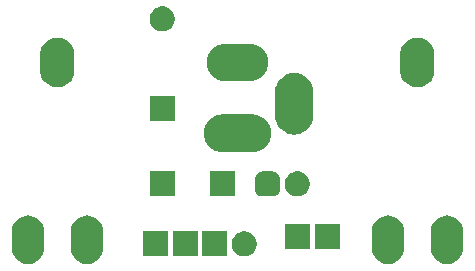
<source format=gbr>
G04 #@! TF.GenerationSoftware,KiCad,Pcbnew,5.1.6-c6e7f7d~87~ubuntu19.10.1*
G04 #@! TF.CreationDate,2022-07-30T16:49:33+06:00*
G04 #@! TF.ProjectId,1590N1_connector_board_r1b,31353930-4e31-45f6-936f-6e6e6563746f,1B*
G04 #@! TF.SameCoordinates,Original*
G04 #@! TF.FileFunction,Soldermask,Bot*
G04 #@! TF.FilePolarity,Negative*
%FSLAX46Y46*%
G04 Gerber Fmt 4.6, Leading zero omitted, Abs format (unit mm)*
G04 Created by KiCad (PCBNEW 5.1.6-c6e7f7d~87~ubuntu19.10.1) date 2022-07-30 16:49:33*
%MOMM*%
%LPD*%
G01*
G04 APERTURE LIST*
%ADD10C,0.100000*%
G04 APERTURE END LIST*
D10*
G36*
X87934645Y-155724533D02*
G01*
X88189121Y-155801728D01*
X88423648Y-155927085D01*
X88629212Y-156095787D01*
X88797915Y-156301351D01*
X88923272Y-156535878D01*
X89000467Y-156790354D01*
X89020000Y-156988679D01*
X89020000Y-158521321D01*
X89000467Y-158719646D01*
X88923272Y-158974122D01*
X88797915Y-159208649D01*
X88629213Y-159414213D01*
X88423649Y-159582915D01*
X88189122Y-159708272D01*
X87934646Y-159785467D01*
X87670000Y-159811532D01*
X87405355Y-159785467D01*
X87150879Y-159708272D01*
X86916352Y-159582915D01*
X86710788Y-159414213D01*
X86542086Y-159208649D01*
X86416729Y-158974122D01*
X86339533Y-158719646D01*
X86320000Y-158521321D01*
X86320000Y-156988680D01*
X86339533Y-156790355D01*
X86416728Y-156535879D01*
X86542085Y-156301352D01*
X86710787Y-156095788D01*
X86916351Y-155927085D01*
X87150878Y-155801728D01*
X87405354Y-155724533D01*
X87670000Y-155698468D01*
X87934645Y-155724533D01*
G37*
G36*
X92934645Y-155724533D02*
G01*
X93189121Y-155801728D01*
X93423648Y-155927085D01*
X93629212Y-156095787D01*
X93797915Y-156301351D01*
X93923272Y-156535878D01*
X94000467Y-156790354D01*
X94020000Y-156988679D01*
X94020000Y-158521321D01*
X94000467Y-158719646D01*
X93923272Y-158974122D01*
X93797915Y-159208649D01*
X93629213Y-159414213D01*
X93423649Y-159582915D01*
X93189122Y-159708272D01*
X92934646Y-159785467D01*
X92670000Y-159811532D01*
X92405355Y-159785467D01*
X92150879Y-159708272D01*
X91916352Y-159582915D01*
X91710788Y-159414213D01*
X91542086Y-159208649D01*
X91416729Y-158974122D01*
X91339533Y-158719646D01*
X91320000Y-158521321D01*
X91320000Y-156988680D01*
X91339533Y-156790355D01*
X91416728Y-156535879D01*
X91542085Y-156301352D01*
X91710787Y-156095788D01*
X91916351Y-155927085D01*
X92150878Y-155801728D01*
X92405354Y-155724533D01*
X92670000Y-155698468D01*
X92934645Y-155724533D01*
G37*
G36*
X123414645Y-155724533D02*
G01*
X123669121Y-155801728D01*
X123903648Y-155927085D01*
X124109212Y-156095787D01*
X124277915Y-156301351D01*
X124403272Y-156535878D01*
X124480467Y-156790354D01*
X124500000Y-156988679D01*
X124500000Y-158521321D01*
X124480467Y-158719646D01*
X124403272Y-158974122D01*
X124277915Y-159208649D01*
X124109213Y-159414213D01*
X123903649Y-159582915D01*
X123669122Y-159708272D01*
X123414646Y-159785467D01*
X123150000Y-159811532D01*
X122885355Y-159785467D01*
X122630879Y-159708272D01*
X122396352Y-159582915D01*
X122190788Y-159414213D01*
X122022086Y-159208649D01*
X121896729Y-158974122D01*
X121819533Y-158719646D01*
X121800000Y-158521321D01*
X121800000Y-156988680D01*
X121819533Y-156790355D01*
X121896728Y-156535879D01*
X122022085Y-156301352D01*
X122190787Y-156095788D01*
X122396351Y-155927085D01*
X122630878Y-155801728D01*
X122885354Y-155724533D01*
X123150000Y-155698468D01*
X123414645Y-155724533D01*
G37*
G36*
X118414645Y-155724533D02*
G01*
X118669121Y-155801728D01*
X118903648Y-155927085D01*
X119109212Y-156095787D01*
X119277915Y-156301351D01*
X119403272Y-156535878D01*
X119480467Y-156790354D01*
X119500000Y-156988679D01*
X119500000Y-158521321D01*
X119480467Y-158719646D01*
X119403272Y-158974122D01*
X119277915Y-159208649D01*
X119109213Y-159414213D01*
X118903649Y-159582915D01*
X118669122Y-159708272D01*
X118414646Y-159785467D01*
X118150000Y-159811532D01*
X117885355Y-159785467D01*
X117630879Y-159708272D01*
X117396352Y-159582915D01*
X117190788Y-159414213D01*
X117022086Y-159208649D01*
X116896729Y-158974122D01*
X116819533Y-158719646D01*
X116800000Y-158521321D01*
X116800000Y-156988680D01*
X116819533Y-156790355D01*
X116896728Y-156535879D01*
X117022085Y-156301352D01*
X117190787Y-156095788D01*
X117396351Y-155927085D01*
X117630878Y-155801728D01*
X117885354Y-155724533D01*
X118150000Y-155698468D01*
X118414645Y-155724533D01*
G37*
G36*
X104535000Y-159165000D02*
G01*
X102435000Y-159165000D01*
X102435000Y-157065000D01*
X104535000Y-157065000D01*
X104535000Y-159165000D01*
G37*
G36*
X102035000Y-159165000D02*
G01*
X99935000Y-159165000D01*
X99935000Y-157065000D01*
X102035000Y-157065000D01*
X102035000Y-159165000D01*
G37*
G36*
X99535000Y-159165000D02*
G01*
X97435000Y-159165000D01*
X97435000Y-157065000D01*
X99535000Y-157065000D01*
X99535000Y-159165000D01*
G37*
G36*
X106291274Y-157105350D02*
G01*
X106482362Y-157184502D01*
X106654336Y-157299411D01*
X106800589Y-157445664D01*
X106915498Y-157617638D01*
X106994650Y-157808726D01*
X107035000Y-158011584D01*
X107035000Y-158218416D01*
X106994650Y-158421274D01*
X106915498Y-158612362D01*
X106800589Y-158784336D01*
X106654336Y-158930589D01*
X106482362Y-159045498D01*
X106291274Y-159124650D01*
X106088416Y-159165000D01*
X105881584Y-159165000D01*
X105678726Y-159124650D01*
X105487638Y-159045498D01*
X105315664Y-158930589D01*
X105169411Y-158784336D01*
X105054502Y-158612362D01*
X104975350Y-158421274D01*
X104935000Y-158218416D01*
X104935000Y-158011584D01*
X104975350Y-157808726D01*
X105054502Y-157617638D01*
X105169411Y-157445664D01*
X105315664Y-157299411D01*
X105487638Y-157184502D01*
X105678726Y-157105350D01*
X105881584Y-157065000D01*
X106088416Y-157065000D01*
X106291274Y-157105350D01*
G37*
G36*
X114080000Y-158530000D02*
G01*
X111980000Y-158530000D01*
X111980000Y-156430000D01*
X114080000Y-156430000D01*
X114080000Y-158530000D01*
G37*
G36*
X111540000Y-158530000D02*
G01*
X109440000Y-158530000D01*
X109440000Y-156430000D01*
X111540000Y-156430000D01*
X111540000Y-158530000D01*
G37*
G36*
X108525007Y-151996811D02*
G01*
X108635599Y-152030358D01*
X108737517Y-152084834D01*
X108826851Y-152158149D01*
X108900166Y-152247483D01*
X108954642Y-152349401D01*
X108988189Y-152459993D01*
X109000000Y-152579908D01*
X109000000Y-153490092D01*
X108988189Y-153610007D01*
X108954642Y-153720599D01*
X108900166Y-153822517D01*
X108826851Y-153911851D01*
X108737517Y-153985166D01*
X108635599Y-154039642D01*
X108525007Y-154073189D01*
X108405092Y-154085000D01*
X107494908Y-154085000D01*
X107374993Y-154073189D01*
X107264401Y-154039642D01*
X107162483Y-153985166D01*
X107073149Y-153911851D01*
X106999834Y-153822517D01*
X106945358Y-153720599D01*
X106911811Y-153610007D01*
X106900000Y-153490092D01*
X106900000Y-152579908D01*
X106911811Y-152459993D01*
X106945358Y-152349401D01*
X106999834Y-152247483D01*
X107073149Y-152158149D01*
X107162483Y-152084834D01*
X107264401Y-152030358D01*
X107374993Y-151996811D01*
X107494908Y-151985000D01*
X108405092Y-151985000D01*
X108525007Y-151996811D01*
G37*
G36*
X105190000Y-154085000D02*
G01*
X103090000Y-154085000D01*
X103090000Y-151985000D01*
X105190000Y-151985000D01*
X105190000Y-154085000D01*
G37*
G36*
X100110000Y-154085000D02*
G01*
X98010000Y-154085000D01*
X98010000Y-151985000D01*
X100110000Y-151985000D01*
X100110000Y-154085000D01*
G37*
G36*
X110796274Y-152025350D02*
G01*
X110987362Y-152104502D01*
X111159336Y-152219411D01*
X111305589Y-152365664D01*
X111420498Y-152537638D01*
X111499650Y-152728726D01*
X111540000Y-152931584D01*
X111540000Y-153138416D01*
X111499650Y-153341274D01*
X111420498Y-153532362D01*
X111305589Y-153704336D01*
X111159336Y-153850589D01*
X110987362Y-153965498D01*
X110796274Y-154044650D01*
X110593416Y-154085000D01*
X110386584Y-154085000D01*
X110183726Y-154044650D01*
X109992638Y-153965498D01*
X109820664Y-153850589D01*
X109674411Y-153704336D01*
X109559502Y-153532362D01*
X109480350Y-153341274D01*
X109440000Y-153138416D01*
X109440000Y-152931584D01*
X109480350Y-152728726D01*
X109559502Y-152537638D01*
X109674411Y-152365664D01*
X109820664Y-152219411D01*
X109992638Y-152104502D01*
X110183726Y-152025350D01*
X110386584Y-151985000D01*
X110593416Y-151985000D01*
X110796274Y-152025350D01*
G37*
G36*
X106906496Y-147171536D02*
G01*
X106973655Y-147178151D01*
X107174722Y-147239144D01*
X107275257Y-147269641D01*
X107553215Y-147418213D01*
X107796845Y-147618155D01*
X107996787Y-147861785D01*
X108145359Y-148139743D01*
X108145359Y-148139744D01*
X108236849Y-148441345D01*
X108236849Y-148441347D01*
X108267742Y-148755000D01*
X108241933Y-149017037D01*
X108236849Y-149068655D01*
X108175856Y-149269722D01*
X108145359Y-149370257D01*
X107996787Y-149648215D01*
X107796845Y-149891845D01*
X107553215Y-150091787D01*
X107275257Y-150240359D01*
X107174722Y-150270856D01*
X106973655Y-150331849D01*
X106906496Y-150338464D01*
X106738602Y-150355000D01*
X104081398Y-150355000D01*
X103913504Y-150338464D01*
X103846345Y-150331849D01*
X103645278Y-150270856D01*
X103544743Y-150240359D01*
X103266785Y-150091787D01*
X103023155Y-149891845D01*
X102823213Y-149648215D01*
X102674641Y-149370257D01*
X102644144Y-149269722D01*
X102583151Y-149068655D01*
X102578067Y-149017037D01*
X102552258Y-148755000D01*
X102583151Y-148441347D01*
X102583151Y-148441345D01*
X102674641Y-148139744D01*
X102674641Y-148139743D01*
X102823213Y-147861785D01*
X103023155Y-147618155D01*
X103266785Y-147418213D01*
X103544743Y-147269641D01*
X103645278Y-147239144D01*
X103846345Y-147178151D01*
X103913504Y-147171536D01*
X104081398Y-147155000D01*
X106738602Y-147155000D01*
X106906496Y-147171536D01*
G37*
G36*
X110472036Y-143673067D02*
G01*
X110523654Y-143678151D01*
X110724721Y-143739144D01*
X110825256Y-143769641D01*
X111053883Y-143891845D01*
X111103212Y-143918212D01*
X111346845Y-144118155D01*
X111346846Y-144118157D01*
X111346848Y-144118158D01*
X111546787Y-144361785D01*
X111695359Y-144639743D01*
X111725856Y-144740278D01*
X111786849Y-144941345D01*
X111810000Y-145176403D01*
X111810000Y-147333597D01*
X111786849Y-147568655D01*
X111771833Y-147618155D01*
X111695359Y-147870257D01*
X111546787Y-148148215D01*
X111346845Y-148391845D01*
X111103215Y-148591787D01*
X110825257Y-148740359D01*
X110724722Y-148770856D01*
X110523655Y-148831849D01*
X110472037Y-148836933D01*
X110210000Y-148862742D01*
X109947964Y-148836933D01*
X109896346Y-148831849D01*
X109695279Y-148770856D01*
X109594744Y-148740359D01*
X109316786Y-148591787D01*
X109073156Y-148391845D01*
X108873214Y-148148215D01*
X108724642Y-147870257D01*
X108648168Y-147618155D01*
X108633152Y-147568655D01*
X108610001Y-147333597D01*
X108610000Y-145176404D01*
X108610001Y-145176398D01*
X108633151Y-144941348D01*
X108633151Y-144941346D01*
X108724641Y-144639745D01*
X108724641Y-144639744D01*
X108873211Y-144361790D01*
X108873212Y-144361788D01*
X109073155Y-144118155D01*
X109073157Y-144118154D01*
X109073158Y-144118152D01*
X109316785Y-143918213D01*
X109594743Y-143769641D01*
X109695278Y-143739144D01*
X109896345Y-143678151D01*
X109947963Y-143673067D01*
X110210000Y-143647258D01*
X110472036Y-143673067D01*
G37*
G36*
X100110000Y-147735000D02*
G01*
X98010000Y-147735000D01*
X98010000Y-145635000D01*
X100110000Y-145635000D01*
X100110000Y-147735000D01*
G37*
G36*
X90407470Y-140671374D02*
G01*
X90454249Y-140675981D01*
X90541066Y-140702317D01*
X90727576Y-140758893D01*
X90979472Y-140893535D01*
X91200265Y-141074735D01*
X91381465Y-141295527D01*
X91516107Y-141547423D01*
X91572683Y-141733933D01*
X91599019Y-141820750D01*
X91620000Y-142033775D01*
X91620000Y-143476225D01*
X91599019Y-143689250D01*
X91572683Y-143776067D01*
X91516107Y-143962577D01*
X91381465Y-144214473D01*
X91200265Y-144435265D01*
X90979473Y-144616465D01*
X90727577Y-144751107D01*
X90541067Y-144807683D01*
X90454250Y-144834019D01*
X90407471Y-144838626D01*
X90170000Y-144862016D01*
X89932530Y-144838626D01*
X89885751Y-144834019D01*
X89798934Y-144807683D01*
X89612424Y-144751107D01*
X89360528Y-144616465D01*
X89139736Y-144435265D01*
X88958537Y-144214474D01*
X88907053Y-144118155D01*
X88823892Y-143962574D01*
X88765367Y-143769641D01*
X88740981Y-143689250D01*
X88720000Y-143476225D01*
X88720000Y-142033776D01*
X88720001Y-142033770D01*
X88740981Y-141820753D01*
X88740981Y-141820751D01*
X88767317Y-141733934D01*
X88823893Y-141547424D01*
X88958535Y-141295528D01*
X89139735Y-141074735D01*
X89360527Y-140893535D01*
X89612423Y-140758893D01*
X89798933Y-140702317D01*
X89885750Y-140675981D01*
X89932529Y-140671374D01*
X90170000Y-140647984D01*
X90407470Y-140671374D01*
G37*
G36*
X120887470Y-140671374D02*
G01*
X120934249Y-140675981D01*
X121021066Y-140702317D01*
X121207576Y-140758893D01*
X121459472Y-140893535D01*
X121680265Y-141074735D01*
X121861465Y-141295527D01*
X121996107Y-141547423D01*
X122052683Y-141733933D01*
X122079019Y-141820750D01*
X122100000Y-142033775D01*
X122100000Y-143476225D01*
X122079019Y-143689250D01*
X122052683Y-143776067D01*
X121996107Y-143962577D01*
X121861465Y-144214473D01*
X121680265Y-144435265D01*
X121459473Y-144616465D01*
X121207577Y-144751107D01*
X121021067Y-144807683D01*
X120934250Y-144834019D01*
X120887471Y-144838626D01*
X120650000Y-144862016D01*
X120412530Y-144838626D01*
X120365751Y-144834019D01*
X120278934Y-144807683D01*
X120092424Y-144751107D01*
X119840528Y-144616465D01*
X119619736Y-144435265D01*
X119438537Y-144214474D01*
X119387053Y-144118155D01*
X119303892Y-143962574D01*
X119245367Y-143769641D01*
X119220981Y-143689250D01*
X119200000Y-143476225D01*
X119200000Y-142033776D01*
X119200001Y-142033770D01*
X119220981Y-141820753D01*
X119220981Y-141820751D01*
X119247317Y-141733934D01*
X119303893Y-141547424D01*
X119438535Y-141295528D01*
X119619735Y-141074735D01*
X119840527Y-140893535D01*
X120092423Y-140758893D01*
X120278933Y-140702317D01*
X120365750Y-140675981D01*
X120412529Y-140671374D01*
X120650000Y-140647984D01*
X120887470Y-140671374D01*
G37*
G36*
X106656496Y-141171536D02*
G01*
X106723655Y-141178151D01*
X106924722Y-141239144D01*
X107025257Y-141269641D01*
X107303215Y-141418213D01*
X107546845Y-141618155D01*
X107746787Y-141861785D01*
X107895359Y-142139743D01*
X107895359Y-142139744D01*
X107986849Y-142441345D01*
X107986849Y-142441347D01*
X108017742Y-142755000D01*
X107991933Y-143017037D01*
X107986849Y-143068655D01*
X107925856Y-143269722D01*
X107895359Y-143370257D01*
X107746787Y-143648215D01*
X107546845Y-143891845D01*
X107303215Y-144091787D01*
X107025257Y-144240359D01*
X106924722Y-144270856D01*
X106723655Y-144331849D01*
X106656496Y-144338464D01*
X106488602Y-144355000D01*
X104331398Y-144355000D01*
X104163504Y-144338464D01*
X104096345Y-144331849D01*
X103895278Y-144270856D01*
X103794743Y-144240359D01*
X103516785Y-144091787D01*
X103273155Y-143891845D01*
X103073213Y-143648215D01*
X102924641Y-143370257D01*
X102894144Y-143269722D01*
X102833151Y-143068655D01*
X102828067Y-143017037D01*
X102802258Y-142755000D01*
X102833151Y-142441347D01*
X102833151Y-142441345D01*
X102924641Y-142139744D01*
X102924641Y-142139743D01*
X103073213Y-141861785D01*
X103273155Y-141618155D01*
X103516785Y-141418213D01*
X103794743Y-141269641D01*
X103895278Y-141239144D01*
X104096345Y-141178151D01*
X104163504Y-141171536D01*
X104331398Y-141155000D01*
X106488602Y-141155000D01*
X106656496Y-141171536D01*
G37*
G36*
X99366274Y-138055350D02*
G01*
X99557362Y-138134502D01*
X99729336Y-138249411D01*
X99875589Y-138395664D01*
X99990498Y-138567638D01*
X100069650Y-138758726D01*
X100110000Y-138961584D01*
X100110000Y-139168416D01*
X100069650Y-139371274D01*
X99990498Y-139562362D01*
X99875589Y-139734336D01*
X99729336Y-139880589D01*
X99557362Y-139995498D01*
X99366274Y-140074650D01*
X99163416Y-140115000D01*
X98956584Y-140115000D01*
X98753726Y-140074650D01*
X98562638Y-139995498D01*
X98390664Y-139880589D01*
X98244411Y-139734336D01*
X98129502Y-139562362D01*
X98050350Y-139371274D01*
X98010000Y-139168416D01*
X98010000Y-138961584D01*
X98050350Y-138758726D01*
X98129502Y-138567638D01*
X98244411Y-138395664D01*
X98390664Y-138249411D01*
X98562638Y-138134502D01*
X98753726Y-138055350D01*
X98956584Y-138015000D01*
X99163416Y-138015000D01*
X99366274Y-138055350D01*
G37*
M02*

</source>
